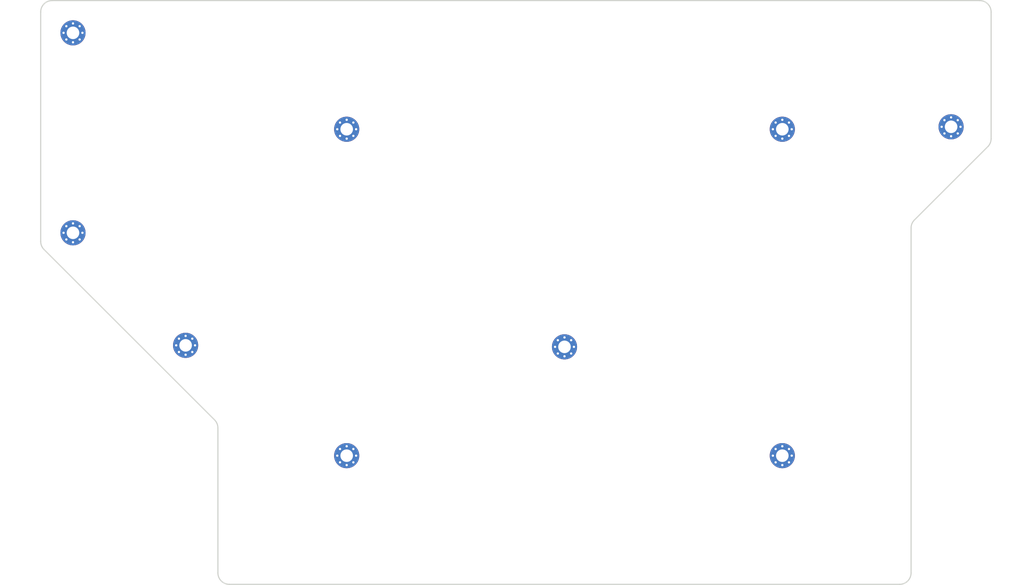
<source format=kicad_pcb>
(kicad_pcb (version 20171130) (host pcbnew 5.1.2)

  (general
    (thickness 1.6)
    (drawings 25)
    (tracks 0)
    (zones 0)
    (modules 9)
    (nets 1)
  )

  (page A4)
  (layers
    (0 F.Cu signal)
    (31 B.Cu signal)
    (32 B.Adhes user)
    (33 F.Adhes user)
    (34 B.Paste user)
    (35 F.Paste user)
    (36 B.SilkS user)
    (37 F.SilkS user)
    (38 B.Mask user)
    (39 F.Mask user)
    (40 Dwgs.User user)
    (41 Cmts.User user)
    (42 Eco1.User user)
    (43 Eco2.User user)
    (44 Edge.Cuts user)
    (45 Margin user)
    (46 B.CrtYd user)
    (47 F.CrtYd user)
    (48 B.Fab user)
    (49 F.Fab user)
  )

  (setup
    (last_trace_width 0.25)
    (trace_clearance 0.2)
    (zone_clearance 0.508)
    (zone_45_only no)
    (trace_min 0.2)
    (via_size 0.8)
    (via_drill 0.4)
    (via_min_size 0.4)
    (via_min_drill 0.3)
    (uvia_size 0.3)
    (uvia_drill 0.1)
    (uvias_allowed no)
    (uvia_min_size 0.2)
    (uvia_min_drill 0.1)
    (edge_width 0.05)
    (segment_width 0.2)
    (pcb_text_width 0.3)
    (pcb_text_size 1.5 1.5)
    (mod_edge_width 0.12)
    (mod_text_size 1 1)
    (mod_text_width 0.15)
    (pad_size 1.524 1.524)
    (pad_drill 0.762)
    (pad_to_mask_clearance 0.051)
    (solder_mask_min_width 0.25)
    (aux_axis_origin 0 0)
    (visible_elements FFFFFF7F)
    (pcbplotparams
      (layerselection 0x010fc_ffffffff)
      (usegerberextensions false)
      (usegerberattributes false)
      (usegerberadvancedattributes false)
      (creategerberjobfile false)
      (excludeedgelayer true)
      (linewidth 0.100000)
      (plotframeref false)
      (viasonmask false)
      (mode 1)
      (useauxorigin false)
      (hpglpennumber 1)
      (hpglpenspeed 20)
      (hpglpendiameter 15.000000)
      (psnegative false)
      (psa4output false)
      (plotreference true)
      (plotvalue true)
      (plotinvisibletext false)
      (padsonsilk false)
      (subtractmaskfromsilk false)
      (outputformat 1)
      (mirror false)
      (drillshape 1)
      (scaleselection 1)
      (outputdirectory ""))
  )

  (net 0 "")

  (net_class Default "This is the default net class."
    (clearance 0.2)
    (trace_width 0.25)
    (via_dia 0.8)
    (via_drill 0.4)
    (uvia_dia 0.3)
    (uvia_drill 0.1)
  )

  (module MountingHole_2.2mm_M2_Pad_Via (layer F.Cu) (tedit 56DDB9C7) (tstamp 5D4EEC6E)
    (at 61.65 42.65)
    (descr "Mounting Hole 2.2mm, M2")
    (tags "mounting hole 2.2mm m2")
    (attr virtual)
    (fp_text reference REF** (at 0 -3.2) (layer F.SilkS) hide
      (effects (font (size 1 1) (thickness 0.15)))
    )
    (fp_text value MountingHole_2.2mm_M2_Pad_Via (at 0 3.2) (layer F.Fab)
      (effects (font (size 1 1) (thickness 0.15)))
    )
    (fp_circle (center 0 0) (end 2.45 0) (layer F.CrtYd) (width 0.05))
    (fp_circle (center 0 0) (end 2.2 0) (layer Cmts.User) (width 0.15))
    (fp_text user %R (at 0.3 0) (layer F.Fab)
      (effects (font (size 1 1) (thickness 0.15)))
    )
    (pad 1 thru_hole circle (at 1.166726 -1.166726) (size 0.7 0.7) (drill 0.4) (layers *.Cu *.Mask))
    (pad 1 thru_hole circle (at 0 -1.65) (size 0.7 0.7) (drill 0.4) (layers *.Cu *.Mask))
    (pad 1 thru_hole circle (at -1.166726 -1.166726) (size 0.7 0.7) (drill 0.4) (layers *.Cu *.Mask))
    (pad 1 thru_hole circle (at -1.65 0) (size 0.7 0.7) (drill 0.4) (layers *.Cu *.Mask))
    (pad 1 thru_hole circle (at -1.166726 1.166726) (size 0.7 0.7) (drill 0.4) (layers *.Cu *.Mask))
    (pad 1 thru_hole circle (at 0 1.65) (size 0.7 0.7) (drill 0.4) (layers *.Cu *.Mask))
    (pad 1 thru_hole circle (at 1.166726 1.166726) (size 0.7 0.7) (drill 0.4) (layers *.Cu *.Mask))
    (pad 1 thru_hole circle (at 1.65 0) (size 0.7 0.7) (drill 0.4) (layers *.Cu *.Mask))
    (pad 1 thru_hole circle (at 0 0) (size 4.4 4.4) (drill 2.2) (layers *.Cu *.Mask))
  )

  (module MountingHole_2.2mm_M2_Pad_Via (layer F.Cu) (tedit 56DDB9C7) (tstamp 5D4EEC5F)
    (at 61.65 77.659693)
    (descr "Mounting Hole 2.2mm, M2")
    (tags "mounting hole 2.2mm m2")
    (attr virtual)
    (fp_text reference REF** (at 0 -3.2) (layer F.SilkS) hide
      (effects (font (size 1 1) (thickness 0.15)))
    )
    (fp_text value MountingHole_2.2mm_M2_Pad_Via (at 0 3.2) (layer F.Fab)
      (effects (font (size 1 1) (thickness 0.15)))
    )
    (fp_circle (center 0 0) (end 2.45 0) (layer F.CrtYd) (width 0.05))
    (fp_circle (center 0 0) (end 2.2 0) (layer Cmts.User) (width 0.15))
    (fp_text user %R (at 0.3 0) (layer F.Fab)
      (effects (font (size 1 1) (thickness 0.15)))
    )
    (pad 1 thru_hole circle (at 1.166726 -1.166726) (size 0.7 0.7) (drill 0.4) (layers *.Cu *.Mask))
    (pad 1 thru_hole circle (at 0 -1.65) (size 0.7 0.7) (drill 0.4) (layers *.Cu *.Mask))
    (pad 1 thru_hole circle (at -1.166726 -1.166726) (size 0.7 0.7) (drill 0.4) (layers *.Cu *.Mask))
    (pad 1 thru_hole circle (at -1.65 0) (size 0.7 0.7) (drill 0.4) (layers *.Cu *.Mask))
    (pad 1 thru_hole circle (at -1.166726 1.166726) (size 0.7 0.7) (drill 0.4) (layers *.Cu *.Mask))
    (pad 1 thru_hole circle (at 0 1.65) (size 0.7 0.7) (drill 0.4) (layers *.Cu *.Mask))
    (pad 1 thru_hole circle (at 1.166726 1.166726) (size 0.7 0.7) (drill 0.4) (layers *.Cu *.Mask))
    (pad 1 thru_hole circle (at 1.65 0) (size 0.7 0.7) (drill 0.4) (layers *.Cu *.Mask))
    (pad 1 thru_hole circle (at 0 0) (size 4.4 4.4) (drill 2.2) (layers *.Cu *.Mask))
  )

  (module MountingHole_2.2mm_M2_Pad_Via (layer F.Cu) (tedit 56DDB9C7) (tstamp 5D4EEC50)
    (at 215.25 59.100505)
    (descr "Mounting Hole 2.2mm, M2")
    (tags "mounting hole 2.2mm m2")
    (attr virtual)
    (fp_text reference REF** (at 0 -3.2) (layer F.SilkS) hide
      (effects (font (size 1 1) (thickness 0.15)))
    )
    (fp_text value MountingHole_2.2mm_M2_Pad_Via (at 0 3.2) (layer F.Fab)
      (effects (font (size 1 1) (thickness 0.15)))
    )
    (fp_circle (center 0 0) (end 2.45 0) (layer F.CrtYd) (width 0.05))
    (fp_circle (center 0 0) (end 2.2 0) (layer Cmts.User) (width 0.15))
    (fp_text user %R (at 0.3 0) (layer F.Fab)
      (effects (font (size 1 1) (thickness 0.15)))
    )
    (pad 1 thru_hole circle (at 1.166726 -1.166726) (size 0.7 0.7) (drill 0.4) (layers *.Cu *.Mask))
    (pad 1 thru_hole circle (at 0 -1.65) (size 0.7 0.7) (drill 0.4) (layers *.Cu *.Mask))
    (pad 1 thru_hole circle (at -1.166726 -1.166726) (size 0.7 0.7) (drill 0.4) (layers *.Cu *.Mask))
    (pad 1 thru_hole circle (at -1.65 0) (size 0.7 0.7) (drill 0.4) (layers *.Cu *.Mask))
    (pad 1 thru_hole circle (at -1.166726 1.166726) (size 0.7 0.7) (drill 0.4) (layers *.Cu *.Mask))
    (pad 1 thru_hole circle (at 0 1.65) (size 0.7 0.7) (drill 0.4) (layers *.Cu *.Mask))
    (pad 1 thru_hole circle (at 1.166726 1.166726) (size 0.7 0.7) (drill 0.4) (layers *.Cu *.Mask))
    (pad 1 thru_hole circle (at 1.65 0) (size 0.7 0.7) (drill 0.4) (layers *.Cu *.Mask))
    (pad 1 thru_hole circle (at 0 0) (size 4.4 4.4) (drill 2.2) (layers *.Cu *.Mask))
  )

  (module MountingHole_2.2mm_M2_Pad_Via (layer F.Cu) (tedit 56DDB9C7) (tstamp 5D4EEC41)
    (at 185.725 59.525)
    (descr "Mounting Hole 2.2mm, M2")
    (tags "mounting hole 2.2mm m2")
    (attr virtual)
    (fp_text reference REF** (at 0 -3.2) (layer F.SilkS) hide
      (effects (font (size 1 1) (thickness 0.15)))
    )
    (fp_text value MountingHole_2.2mm_M2_Pad_Via (at 0 3.2) (layer F.Fab)
      (effects (font (size 1 1) (thickness 0.15)))
    )
    (fp_circle (center 0 0) (end 2.45 0) (layer F.CrtYd) (width 0.05))
    (fp_circle (center 0 0) (end 2.2 0) (layer Cmts.User) (width 0.15))
    (fp_text user %R (at 0.3 0) (layer F.Fab)
      (effects (font (size 1 1) (thickness 0.15)))
    )
    (pad 1 thru_hole circle (at 1.166726 -1.166726) (size 0.7 0.7) (drill 0.4) (layers *.Cu *.Mask))
    (pad 1 thru_hole circle (at 0 -1.65) (size 0.7 0.7) (drill 0.4) (layers *.Cu *.Mask))
    (pad 1 thru_hole circle (at -1.166726 -1.166726) (size 0.7 0.7) (drill 0.4) (layers *.Cu *.Mask))
    (pad 1 thru_hole circle (at -1.65 0) (size 0.7 0.7) (drill 0.4) (layers *.Cu *.Mask))
    (pad 1 thru_hole circle (at -1.166726 1.166726) (size 0.7 0.7) (drill 0.4) (layers *.Cu *.Mask))
    (pad 1 thru_hole circle (at 0 1.65) (size 0.7 0.7) (drill 0.4) (layers *.Cu *.Mask))
    (pad 1 thru_hole circle (at 1.166726 1.166726) (size 0.7 0.7) (drill 0.4) (layers *.Cu *.Mask))
    (pad 1 thru_hole circle (at 1.65 0) (size 0.7 0.7) (drill 0.4) (layers *.Cu *.Mask))
    (pad 1 thru_hole circle (at 0 0) (size 4.4 4.4) (drill 2.2) (layers *.Cu *.Mask))
  )

  (module MountingHole_2.2mm_M2_Pad_Via (layer F.Cu) (tedit 56DDB9C7) (tstamp 5D4EEC32)
    (at 109.525 59.525)
    (descr "Mounting Hole 2.2mm, M2")
    (tags "mounting hole 2.2mm m2")
    (attr virtual)
    (fp_text reference REF** (at 0 -3.2) (layer F.SilkS) hide
      (effects (font (size 1 1) (thickness 0.15)))
    )
    (fp_text value MountingHole_2.2mm_M2_Pad_Via (at 0 3.2) (layer F.Fab)
      (effects (font (size 1 1) (thickness 0.15)))
    )
    (fp_circle (center 0 0) (end 2.45 0) (layer F.CrtYd) (width 0.05))
    (fp_circle (center 0 0) (end 2.2 0) (layer Cmts.User) (width 0.15))
    (fp_text user %R (at 0.3 0) (layer F.Fab)
      (effects (font (size 1 1) (thickness 0.15)))
    )
    (pad 1 thru_hole circle (at 1.166726 -1.166726) (size 0.7 0.7) (drill 0.4) (layers *.Cu *.Mask))
    (pad 1 thru_hole circle (at 0 -1.65) (size 0.7 0.7) (drill 0.4) (layers *.Cu *.Mask))
    (pad 1 thru_hole circle (at -1.166726 -1.166726) (size 0.7 0.7) (drill 0.4) (layers *.Cu *.Mask))
    (pad 1 thru_hole circle (at -1.65 0) (size 0.7 0.7) (drill 0.4) (layers *.Cu *.Mask))
    (pad 1 thru_hole circle (at -1.166726 1.166726) (size 0.7 0.7) (drill 0.4) (layers *.Cu *.Mask))
    (pad 1 thru_hole circle (at 0 1.65) (size 0.7 0.7) (drill 0.4) (layers *.Cu *.Mask))
    (pad 1 thru_hole circle (at 1.166726 1.166726) (size 0.7 0.7) (drill 0.4) (layers *.Cu *.Mask))
    (pad 1 thru_hole circle (at 1.65 0) (size 0.7 0.7) (drill 0.4) (layers *.Cu *.Mask))
    (pad 1 thru_hole circle (at 0 0) (size 4.4 4.4) (drill 2.2) (layers *.Cu *.Mask))
  )

  (module MountingHole_2.2mm_M2_Pad_Via (layer F.Cu) (tedit 56DDB9C7) (tstamp 5D4EEC23)
    (at 109.525 116.675)
    (descr "Mounting Hole 2.2mm, M2")
    (tags "mounting hole 2.2mm m2")
    (attr virtual)
    (fp_text reference REF** (at 0 -3.2) (layer F.SilkS) hide
      (effects (font (size 1 1) (thickness 0.15)))
    )
    (fp_text value MountingHole_2.2mm_M2_Pad_Via (at 0 3.2) (layer F.Fab)
      (effects (font (size 1 1) (thickness 0.15)))
    )
    (fp_circle (center 0 0) (end 2.45 0) (layer F.CrtYd) (width 0.05))
    (fp_circle (center 0 0) (end 2.2 0) (layer Cmts.User) (width 0.15))
    (fp_text user %R (at 0.3 0) (layer F.Fab)
      (effects (font (size 1 1) (thickness 0.15)))
    )
    (pad 1 thru_hole circle (at 1.166726 -1.166726) (size 0.7 0.7) (drill 0.4) (layers *.Cu *.Mask))
    (pad 1 thru_hole circle (at 0 -1.65) (size 0.7 0.7) (drill 0.4) (layers *.Cu *.Mask))
    (pad 1 thru_hole circle (at -1.166726 -1.166726) (size 0.7 0.7) (drill 0.4) (layers *.Cu *.Mask))
    (pad 1 thru_hole circle (at -1.65 0) (size 0.7 0.7) (drill 0.4) (layers *.Cu *.Mask))
    (pad 1 thru_hole circle (at -1.166726 1.166726) (size 0.7 0.7) (drill 0.4) (layers *.Cu *.Mask))
    (pad 1 thru_hole circle (at 0 1.65) (size 0.7 0.7) (drill 0.4) (layers *.Cu *.Mask))
    (pad 1 thru_hole circle (at 1.166726 1.166726) (size 0.7 0.7) (drill 0.4) (layers *.Cu *.Mask))
    (pad 1 thru_hole circle (at 1.65 0) (size 0.7 0.7) (drill 0.4) (layers *.Cu *.Mask))
    (pad 1 thru_hole circle (at 0 0) (size 4.4 4.4) (drill 2.2) (layers *.Cu *.Mask))
  )

  (module MountingHole_2.2mm_M2_Pad_Via (layer F.Cu) (tedit 56DDB9C7) (tstamp 5D4EEC14)
    (at 185.725 116.675)
    (descr "Mounting Hole 2.2mm, M2")
    (tags "mounting hole 2.2mm m2")
    (attr virtual)
    (fp_text reference REF** (at 0 -3.2) (layer F.SilkS) hide
      (effects (font (size 1 1) (thickness 0.15)))
    )
    (fp_text value MountingHole_2.2mm_M2_Pad_Via (at 0 3.2) (layer F.Fab)
      (effects (font (size 1 1) (thickness 0.15)))
    )
    (fp_circle (center 0 0) (end 2.45 0) (layer F.CrtYd) (width 0.05))
    (fp_circle (center 0 0) (end 2.2 0) (layer Cmts.User) (width 0.15))
    (fp_text user %R (at 0.3 0) (layer F.Fab)
      (effects (font (size 1 1) (thickness 0.15)))
    )
    (pad 1 thru_hole circle (at 1.166726 -1.166726) (size 0.7 0.7) (drill 0.4) (layers *.Cu *.Mask))
    (pad 1 thru_hole circle (at 0 -1.65) (size 0.7 0.7) (drill 0.4) (layers *.Cu *.Mask))
    (pad 1 thru_hole circle (at -1.166726 -1.166726) (size 0.7 0.7) (drill 0.4) (layers *.Cu *.Mask))
    (pad 1 thru_hole circle (at -1.65 0) (size 0.7 0.7) (drill 0.4) (layers *.Cu *.Mask))
    (pad 1 thru_hole circle (at -1.166726 1.166726) (size 0.7 0.7) (drill 0.4) (layers *.Cu *.Mask))
    (pad 1 thru_hole circle (at 0 1.65) (size 0.7 0.7) (drill 0.4) (layers *.Cu *.Mask))
    (pad 1 thru_hole circle (at 1.166726 1.166726) (size 0.7 0.7) (drill 0.4) (layers *.Cu *.Mask))
    (pad 1 thru_hole circle (at 1.65 0) (size 0.7 0.7) (drill 0.4) (layers *.Cu *.Mask))
    (pad 1 thru_hole circle (at 0 0) (size 4.4 4.4) (drill 2.2) (layers *.Cu *.Mask))
  )

  (module MountingHole_2.2mm_M2_Pad_Via (layer F.Cu) (tedit 56DDB9C7) (tstamp 5D4EEC05)
    (at 147.625 97.625)
    (descr "Mounting Hole 2.2mm, M2")
    (tags "mounting hole 2.2mm m2")
    (attr virtual)
    (fp_text reference REF** (at 0 -3.2) (layer F.SilkS) hide
      (effects (font (size 1 1) (thickness 0.15)))
    )
    (fp_text value MountingHole_2.2mm_M2_Pad_Via (at 0 3.2) (layer F.Fab)
      (effects (font (size 1 1) (thickness 0.15)))
    )
    (fp_circle (center 0 0) (end 2.45 0) (layer F.CrtYd) (width 0.05))
    (fp_circle (center 0 0) (end 2.2 0) (layer Cmts.User) (width 0.15))
    (fp_text user %R (at 0.3 0) (layer F.Fab)
      (effects (font (size 1 1) (thickness 0.15)))
    )
    (pad 1 thru_hole circle (at 1.166726 -1.166726) (size 0.7 0.7) (drill 0.4) (layers *.Cu *.Mask))
    (pad 1 thru_hole circle (at 0 -1.65) (size 0.7 0.7) (drill 0.4) (layers *.Cu *.Mask))
    (pad 1 thru_hole circle (at -1.166726 -1.166726) (size 0.7 0.7) (drill 0.4) (layers *.Cu *.Mask))
    (pad 1 thru_hole circle (at -1.65 0) (size 0.7 0.7) (drill 0.4) (layers *.Cu *.Mask))
    (pad 1 thru_hole circle (at -1.166726 1.166726) (size 0.7 0.7) (drill 0.4) (layers *.Cu *.Mask))
    (pad 1 thru_hole circle (at 0 1.65) (size 0.7 0.7) (drill 0.4) (layers *.Cu *.Mask))
    (pad 1 thru_hole circle (at 1.166726 1.166726) (size 0.7 0.7) (drill 0.4) (layers *.Cu *.Mask))
    (pad 1 thru_hole circle (at 1.65 0) (size 0.7 0.7) (drill 0.4) (layers *.Cu *.Mask))
    (pad 1 thru_hole circle (at 0 0) (size 4.4 4.4) (drill 2.2) (layers *.Cu *.Mask))
  )

  (module MountingHole_2.2mm_M2_Pad_Via (layer F.Cu) (tedit 56DDB9C7) (tstamp 5D4EEBF6)
    (at 81.35 97.359693)
    (descr "Mounting Hole 2.2mm, M2")
    (tags "mounting hole 2.2mm m2")
    (attr virtual)
    (fp_text reference REF** (at 0 -3.2) (layer F.SilkS) hide
      (effects (font (size 1 1) (thickness 0.15)))
    )
    (fp_text value MountingHole_2.2mm_M2_Pad_Via (at 0 3.2) (layer F.Fab)
      (effects (font (size 1 1) (thickness 0.15)))
    )
    (fp_circle (center 0 0) (end 2.45 0) (layer F.CrtYd) (width 0.05))
    (fp_circle (center 0 0) (end 2.2 0) (layer Cmts.User) (width 0.15))
    (fp_text user %R (at 0.3 0) (layer F.Fab)
      (effects (font (size 1 1) (thickness 0.15)))
    )
    (pad 1 thru_hole circle (at 1.166726 -1.166726) (size 0.7 0.7) (drill 0.4) (layers *.Cu *.Mask))
    (pad 1 thru_hole circle (at 0 -1.65) (size 0.7 0.7) (drill 0.4) (layers *.Cu *.Mask))
    (pad 1 thru_hole circle (at -1.166726 -1.166726) (size 0.7 0.7) (drill 0.4) (layers *.Cu *.Mask))
    (pad 1 thru_hole circle (at -1.65 0) (size 0.7 0.7) (drill 0.4) (layers *.Cu *.Mask))
    (pad 1 thru_hole circle (at -1.166726 1.166726) (size 0.7 0.7) (drill 0.4) (layers *.Cu *.Mask))
    (pad 1 thru_hole circle (at 0 1.65) (size 0.7 0.7) (drill 0.4) (layers *.Cu *.Mask))
    (pad 1 thru_hole circle (at 1.166726 1.166726) (size 0.7 0.7) (drill 0.4) (layers *.Cu *.Mask))
    (pad 1 thru_hole circle (at 1.65 0) (size 0.7 0.7) (drill 0.4) (layers *.Cu *.Mask))
    (pad 1 thru_hole circle (at 0 0) (size 4.4 4.4) (drill 2.2) (layers *.Cu *.Mask))
  )

  (gr_circle (center 81.35 97.359693) (end 82.449999 97.359693) (layer Eco1.User) (width 0.2))
  (gr_circle (center 147.625 97.625) (end 148.725 97.625) (layer Eco1.User) (width 0.2))
  (gr_circle (center 185.725 116.675) (end 186.825 116.675) (layer Eco1.User) (width 0.2))
  (gr_circle (center 109.525 116.675) (end 110.625 116.675) (layer Eco1.User) (width 0.2))
  (gr_circle (center 109.525 59.525) (end 110.625 59.525) (layer Eco1.User) (width 0.2))
  (gr_circle (center 185.725 59.525) (end 186.825 59.525) (layer Eco1.User) (width 0.2))
  (gr_circle (center 215.25 59.100505) (end 216.35 59.100505) (layer Eco1.User) (width 0.2))
  (gr_circle (center 61.65 77.659693) (end 62.75 77.659693) (layer Eco1.User) (width 0.2))
  (gr_circle (center 61.65 42.65) (end 62.75 42.65) (layer Eco1.User) (width 0.2))
  (gr_arc (start 58 38.999999) (end 58 36.999999) (angle -90) (layer Edge.Cuts) (width 0.2))
  (gr_line (start 56 79.171572) (end 56 38.999999) (layer Edge.Cuts) (width 0.2))
  (gr_arc (start 58 79.171572) (end 56 79.171572) (angle -45) (layer Edge.Cuts) (width 0.2))
  (gr_line (start 86.414213 110.414213) (end 56.585786 80.585786) (layer Edge.Cuts) (width 0.2))
  (gr_arc (start 85 111.828427) (end 87 111.828427) (angle -45) (layer Edge.Cuts) (width 0.2))
  (gr_line (start 87 137.2) (end 87 111.828427) (layer Edge.Cuts) (width 0.2))
  (gr_arc (start 89 137.2) (end 87 137.2) (angle -90) (layer Edge.Cuts) (width 0.2))
  (gr_line (start 206.25 139.2) (end 89 139.2) (layer Edge.Cuts) (width 0.2))
  (gr_arc (start 206.25 137.2) (end 206.25 139.2) (angle -90) (layer Edge.Cuts) (width 0.2))
  (gr_line (start 208.25 76.828427) (end 208.25 137.2) (layer Edge.Cuts) (width 0.2))
  (gr_arc (start 210.25 76.828427) (end 208.835786 75.414213) (angle -45) (layer Edge.Cuts) (width 0.2))
  (gr_line (start 221.664213 62.585786) (end 208.835786 75.414213) (layer Edge.Cuts) (width 0.2))
  (gr_arc (start 220.249999 61.171572) (end 221.664213 62.585786) (angle -45) (layer Edge.Cuts) (width 0.2))
  (gr_line (start 222.249999 38.999999) (end 222.249999 61.171572) (layer Edge.Cuts) (width 0.2))
  (gr_arc (start 220.249999 38.999999) (end 222.249999 38.999999) (angle -90) (layer Edge.Cuts) (width 0.2))
  (gr_line (start 58 36.999999) (end 220.249999 36.999999) (layer Edge.Cuts) (width 0.2))

)

</source>
